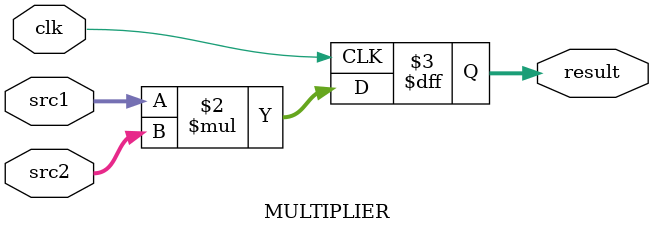
<source format=v>
module MULTIPLIER(
	input wire clk,
	input wire [7:0] src1,
	input wire [7:0] src2,
	output reg [15:0] result
);

always@(posedge clk) begin
	result = src1 * src2;

end

endmodule

</source>
